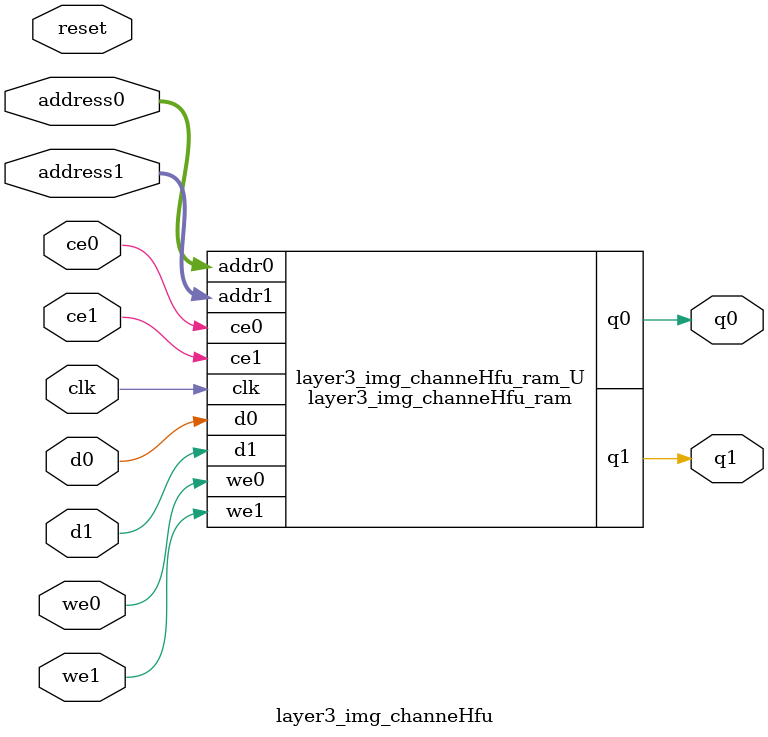
<source format=v>
`timescale 1 ns / 1 ps
module layer3_img_channeHfu_ram (addr0, ce0, d0, we0, q0, addr1, ce1, d1, we1, q1,  clk);

parameter DWIDTH = 1;
parameter AWIDTH = 12;
parameter MEM_SIZE = 2376;

input[AWIDTH-1:0] addr0;
input ce0;
input[DWIDTH-1:0] d0;
input we0;
output reg[DWIDTH-1:0] q0;
input[AWIDTH-1:0] addr1;
input ce1;
input[DWIDTH-1:0] d1;
input we1;
output reg[DWIDTH-1:0] q1;
input clk;

(* ram_style = "block" *)reg [DWIDTH-1:0] ram[0:MEM_SIZE-1];




always @(posedge clk)  
begin 
    if (ce0) 
    begin
        if (we0) 
        begin 
            ram[addr0] <= d0; 
        end 
        q0 <= ram[addr0];
    end
end


always @(posedge clk)  
begin 
    if (ce1) 
    begin
        if (we1) 
        begin 
            ram[addr1] <= d1; 
        end 
        q1 <= ram[addr1];
    end
end


endmodule

`timescale 1 ns / 1 ps
module layer3_img_channeHfu(
    reset,
    clk,
    address0,
    ce0,
    we0,
    d0,
    q0,
    address1,
    ce1,
    we1,
    d1,
    q1);

parameter DataWidth = 32'd1;
parameter AddressRange = 32'd2376;
parameter AddressWidth = 32'd12;
input reset;
input clk;
input[AddressWidth - 1:0] address0;
input ce0;
input we0;
input[DataWidth - 1:0] d0;
output[DataWidth - 1:0] q0;
input[AddressWidth - 1:0] address1;
input ce1;
input we1;
input[DataWidth - 1:0] d1;
output[DataWidth - 1:0] q1;



layer3_img_channeHfu_ram layer3_img_channeHfu_ram_U(
    .clk( clk ),
    .addr0( address0 ),
    .ce0( ce0 ),
    .we0( we0 ),
    .d0( d0 ),
    .q0( q0 ),
    .addr1( address1 ),
    .ce1( ce1 ),
    .we1( we1 ),
    .d1( d1 ),
    .q1( q1 ));

endmodule


</source>
